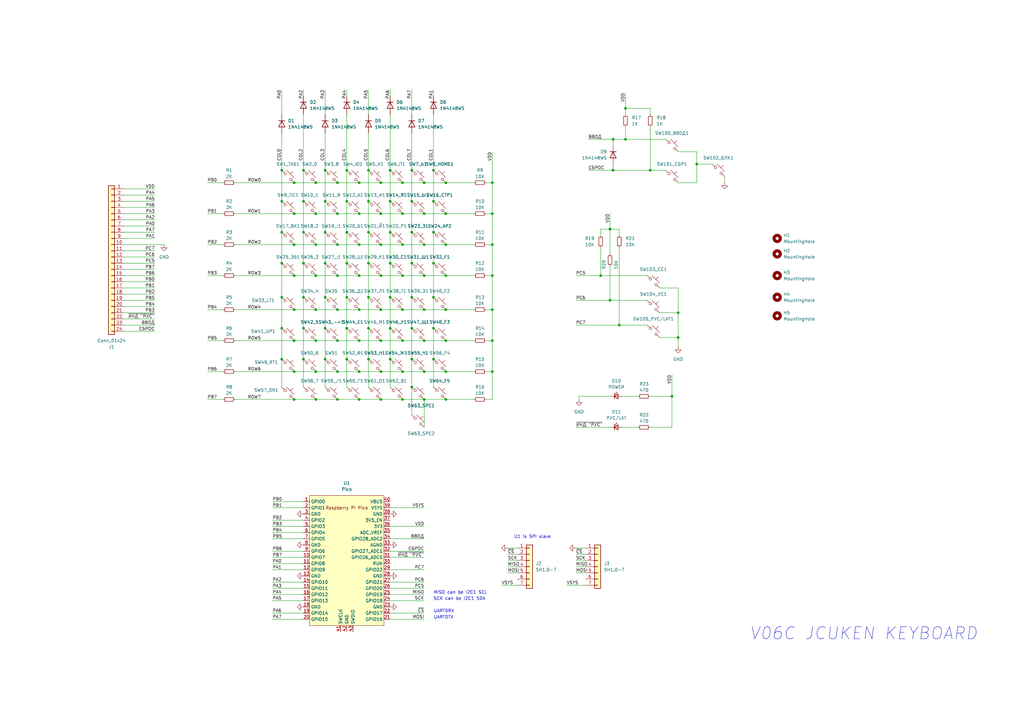
<source format=kicad_sch>
(kicad_sch (version 20230121) (generator eeschema)
  (paper "A3")
  (title_block (title "vector-06c-mini keyboard") (date "2023-11-04") (rev "1") (company "svofski"))
  (junction (at 201.93 113.03))
  (junction (at 201.93 152.4))
  (junction (at 173.99 152.4))
  (junction (at 168.91 69.85))
  (junction (at 115.57 121.92))
  (junction (at 120.65 163.83))
  (junction (at 147.32 152.4))
  (junction (at 165.1 152.4))
  (junction (at 156.21 163.83))
  (junction (at 160.02 121.92))
  (junction (at 133.35 121.92))
  (junction (at 151.13 82.55))
  (junction (at 201.93 139.7))
  (junction (at 182.88 100.33))
  (junction (at 133.35 134.62))
  (junction (at 120.65 139.7))
  (junction (at 129.54 127))
  (junction (at 138.43 127))
  (junction (at 165.1 139.7))
  (junction (at 129.54 163.83))
  (junction (at 142.24 82.55))
  (junction (at 165.1 113.03))
  (junction (at 124.46 107.95))
  (junction (at 168.91 158.75))
  (junction (at 129.54 87.63))
  (junction (at 160.02 69.85))
  (junction (at 250.19 123.19))
  (junction (at 246.38 113.03))
  (junction (at 151.13 147.32))
  (junction (at 124.46 134.62))
  (junction (at 160.02 134.62))
  (junction (at 177.8 69.85))
  (junction (at 156.21 139.7))
  (junction (at 182.88 139.7))
  (junction (at 142.24 69.85))
  (junction (at 165.1 87.63))
  (junction (at 120.65 87.63))
  (junction (at 165.1 100.33))
  (junction (at 250.19 93.98))
  (junction (at 133.35 107.95))
  (junction (at 151.13 107.95))
  (junction (at 266.7 69.85))
  (junction (at 133.35 69.85))
  (junction (at 201.93 74.93))
  (junction (at 173.99 100.33))
  (junction (at 147.32 163.83))
  (junction (at 147.32 87.63))
  (junction (at 151.13 121.92))
  (junction (at 182.88 74.93))
  (junction (at 138.43 113.03))
  (junction (at 173.99 113.03))
  (junction (at 165.1 74.93))
  (junction (at 124.46 82.55))
  (junction (at 173.99 127))
  (junction (at 115.57 107.95))
  (junction (at 256.54 44.45))
  (junction (at 115.57 134.62))
  (junction (at 120.65 100.33))
  (junction (at 251.46 69.85))
  (junction (at 129.54 113.03))
  (junction (at 147.32 139.7))
  (junction (at 133.35 147.32))
  (junction (at 182.88 163.83))
  (junction (at 285.75 67.31))
  (junction (at 168.91 121.92))
  (junction (at 278.13 128.27))
  (junction (at 138.43 152.4))
  (junction (at 129.54 139.7))
  (junction (at 133.35 82.55))
  (junction (at 138.43 87.63))
  (junction (at 142.24 95.25))
  (junction (at 142.24 121.92))
  (junction (at 182.88 127))
  (junction (at 138.43 163.83))
  (junction (at 115.57 82.55))
  (junction (at 156.21 113.03))
  (junction (at 120.65 152.4))
  (junction (at 156.21 152.4))
  (junction (at 182.88 87.63))
  (junction (at 151.13 134.62))
  (junction (at 182.88 152.4))
  (junction (at 177.8 134.62))
  (junction (at 201.93 87.63))
  (junction (at 124.46 121.92))
  (junction (at 168.91 107.95))
  (junction (at 138.43 139.7))
  (junction (at 168.91 134.62))
  (junction (at 160.02 107.95))
  (junction (at 177.8 107.95))
  (junction (at 275.59 162.56))
  (junction (at 156.21 87.63))
  (junction (at 173.99 139.7))
  (junction (at 147.32 127))
  (junction (at 165.1 163.83))
  (junction (at 120.65 74.93))
  (junction (at 147.32 100.33))
  (junction (at 147.32 74.93))
  (junction (at 177.8 95.25))
  (junction (at 156.21 127))
  (junction (at 151.13 69.85))
  (junction (at 133.35 95.25))
  (junction (at 142.24 107.95))
  (junction (at 115.57 95.25))
  (junction (at 138.43 74.93))
  (junction (at 115.57 69.85))
  (junction (at 142.24 134.62))
  (junction (at 129.54 74.93))
  (junction (at 124.46 95.25))
  (junction (at 147.32 113.03))
  (junction (at 124.46 147.32))
  (junction (at 173.99 163.83))
  (junction (at 120.65 113.03))
  (junction (at 151.13 95.25))
  (junction (at 251.46 57.15))
  (junction (at 138.43 100.33))
  (junction (at 160.02 82.55))
  (junction (at 177.8 121.92))
  (junction (at 201.93 100.33))
  (junction (at 156.21 100.33))
  (junction (at 177.8 82.55))
  (junction (at 254 133.35))
  (junction (at 201.93 127))
  (junction (at 173.99 87.63))
  (junction (at 173.99 74.93))
  (junction (at 160.02 95.25))
  (junction (at 168.91 147.32))
  (junction (at 129.54 100.33))
  (junction (at 124.46 69.85))
  (junction (at 129.54 152.4))
  (junction (at 160.02 147.32))
  (junction (at 115.57 147.32))
  (junction (at 168.91 95.25))
  (junction (at 182.88 113.03))
  (junction (at 256.54 57.15))
  (junction (at 168.91 82.55))
  (junction (at 165.1 127))
  (junction (at 156.21 74.93))
  (junction (at 120.65 127))
  (junction (at 177.8 147.32))
  (junction (at 142.24 147.32))
  (junction (at 278.13 138.43))
  (wire (pts (xy 115.57 134.62) (xy 115.57 147.32)))
  (wire (pts (xy 173.99 163.83) (xy 173.99 175.26)))
  (wire (pts (xy 251.46 57.15) (xy 251.46 59.69)))
  (wire (pts (xy 285.75 62.23) (xy 278.13 62.23)))
  (wire (pts (xy 246.38 101.6) (xy 246.38 113.03)))
  (wire (pts (xy 182.88 127) (xy 194.31 127)))
  (wire (pts (xy 147.32 127) (xy 156.21 127)))
  (wire (pts (xy 160.02 226.06) (xy 173.99 226.06)))
  (wire (pts (xy 85.09 127) (xy 91.44 127)))
  (wire (pts (xy 96.52 127) (xy 120.65 127)))
  (wire (pts (xy 151.13 36.83) (xy 151.13 46.99)))
  (wire (pts (xy 236.22 123.19) (xy 250.19 123.19)))
  (wire (pts (xy 120.65 127) (xy 129.54 127)))
  (wire (pts (xy 124.46 46.99) (xy 124.46 69.85)))
  (wire (pts (xy 96.52 87.63) (xy 120.65 87.63)))
  (wire (pts (xy 50.8 100.33) (xy 67.31 100.33)))
  (wire (pts (xy 160.02 69.85) (xy 160.02 82.55)))
  (wire (pts (xy 160.02 238.76) (xy 173.99 238.76)))
  (wire (pts (xy 251.46 69.85) (xy 266.7 69.85)))
  (wire (pts (xy 266.7 69.85) (xy 273.05 69.85)))
  (wire (pts (xy 182.88 113.03) (xy 194.31 113.03)))
  (wire (pts (xy 173.99 152.4) (xy 182.88 152.4)))
  (wire (pts (xy 115.57 82.55) (xy 115.57 95.25)))
  (wire (pts (xy 275.59 153.67) (xy 275.59 162.56)))
  (wire (pts (xy 250.19 109.22) (xy 250.19 123.19)))
  (wire (pts (xy 232.41 240.03) (xy 240.03 240.03)))
  (wire (pts (xy 124.46 147.32) (xy 124.46 158.75)))
  (wire (pts (xy 138.43 87.63) (xy 147.32 87.63)))
  (wire (pts (xy 173.99 139.7) (xy 182.88 139.7)))
  (wire (pts (xy 111.76 238.76) (xy 124.46 238.76)))
  (wire (pts (xy 111.76 241.3) (xy 124.46 241.3)))
  (wire (pts (xy 177.8 82.55) (xy 177.8 95.25)))
  (wire (pts (xy 236.22 229.87) (xy 240.03 229.87)))
  (wire (pts (xy 133.35 107.95) (xy 133.35 121.92)))
  (wire (pts (xy 85.09 87.63) (xy 91.44 87.63)))
  (wire (pts (xy 278.13 118.11) (xy 278.13 128.27)))
  (wire (pts (xy 165.1 152.4) (xy 173.99 152.4)))
  (wire (pts (xy 165.1 127) (xy 173.99 127)))
  (wire (pts (xy 151.13 95.25) (xy 151.13 107.95)))
  (wire (pts (xy 147.32 152.4) (xy 156.21 152.4)))
  (wire (pts (xy 147.32 163.83) (xy 156.21 163.83)))
  (wire (pts (xy 160.02 251.46) (xy 173.99 251.46)))
  (wire (pts (xy 199.39 152.4) (xy 201.93 152.4)))
  (wire (pts (xy 96.52 74.93) (xy 120.65 74.93)))
  (wire (pts (xy 236.22 224.79) (xy 240.03 224.79)))
  (wire (pts (xy 133.35 82.55) (xy 133.35 95.25)))
  (wire (pts (xy 236.22 133.35) (xy 254 133.35)))
  (wire (pts (xy 142.24 147.32) (xy 142.24 158.75)))
  (wire (pts (xy 124.46 36.83) (xy 124.46 39.37)))
  (wire (pts (xy 111.76 205.74) (xy 124.46 205.74)))
  (wire (pts (xy 111.76 233.68) (xy 124.46 233.68)))
  (wire (pts (xy 50.8 97.79) (xy 63.5 97.79)))
  (wire (pts (xy 142.24 82.55) (xy 142.24 95.25)))
  (wire (pts (xy 138.43 127) (xy 147.32 127)))
  (wire (pts (xy 156.21 163.83) (xy 165.1 163.83)))
  (wire (pts (xy 177.8 46.99) (xy 177.8 69.85)))
  (wire (pts (xy 50.8 135.89) (xy 63.5 135.89)))
  (wire (pts (xy 250.19 87.63) (xy 250.19 93.98)))
  (wire (pts (xy 199.39 163.83) (xy 201.93 163.83)))
  (wire (pts (xy 266.7 44.45) (xy 266.7 46.99)))
  (wire (pts (xy 208.28 234.95) (xy 212.09 234.95)))
  (wire (pts (xy 151.13 147.32) (xy 151.13 158.75)))
  (wire (pts (xy 120.65 87.63) (xy 129.54 87.63)))
  (wire (pts (xy 50.8 118.11) (xy 63.5 118.11)))
  (wire (pts (xy 160.02 46.99) (xy 160.02 69.85)))
  (wire (pts (xy 201.93 152.4) (xy 201.93 163.83)))
  (wire (pts (xy 168.91 69.85) (xy 168.91 82.55)))
  (wire (pts (xy 241.3 69.85) (xy 251.46 69.85)))
  (wire (pts (xy 168.91 134.62) (xy 168.91 147.32)))
  (wire (pts (xy 115.57 95.25) (xy 115.57 107.95)))
  (wire (pts (xy 50.8 82.55) (xy 63.5 82.55)))
  (wire (pts (xy 251.46 57.15) (xy 256.54 57.15)))
  (wire (pts (xy 151.13 134.62) (xy 151.13 147.32)))
  (wire (pts (xy 111.76 251.46) (xy 124.46 251.46)))
  (wire (pts (xy 246.38 93.98) (xy 246.38 96.52)))
  (wire (pts (xy 160.02 208.28) (xy 173.99 208.28)))
  (wire (pts (xy 182.88 100.33) (xy 194.31 100.33)))
  (wire (pts (xy 115.57 147.32) (xy 115.57 158.75)))
  (wire (pts (xy 236.22 175.26) (xy 250.19 175.26)))
  (wire (pts (xy 177.8 134.62) (xy 177.8 147.32)))
  (wire (pts (xy 151.13 121.92) (xy 151.13 134.62)))
  (wire (pts (xy 256.54 52.07) (xy 256.54 57.15)))
  (wire (pts (xy 237.49 162.56) (xy 237.49 163.83)))
  (wire (pts (xy 142.24 95.25) (xy 142.24 107.95)))
  (wire (pts (xy 297.18 72.39) (xy 297.18 74.93)))
  (wire (pts (xy 129.54 152.4) (xy 138.43 152.4)))
  (wire (pts (xy 111.76 226.06) (xy 124.46 226.06)))
  (wire (pts (xy 168.91 82.55) (xy 168.91 95.25)))
  (wire (pts (xy 160.02 246.38) (xy 173.99 246.38)))
  (wire (pts (xy 120.65 139.7) (xy 129.54 139.7)))
  (wire (pts (xy 133.35 54.61) (xy 133.35 69.85)))
  (wire (pts (xy 160.02 254) (xy 173.99 254)))
  (wire (pts (xy 236.22 113.03) (xy 246.38 113.03)))
  (wire (pts (xy 250.19 123.19) (xy 265.43 123.19)))
  (wire (pts (xy 50.8 87.63) (xy 63.5 87.63)))
  (wire (pts (xy 50.8 133.35) (xy 63.5 133.35)))
  (wire (pts (xy 133.35 147.32) (xy 133.35 158.75)))
  (wire (pts (xy 85.09 152.4) (xy 91.44 152.4)))
  (wire (pts (xy 182.88 74.93) (xy 194.31 74.93)))
  (wire (pts (xy 205.74 240.03) (xy 212.09 240.03)))
  (wire (pts (xy 241.3 57.15) (xy 251.46 57.15)))
  (wire (pts (xy 255.27 162.56) (xy 261.62 162.56)))
  (wire (pts (xy 156.21 113.03) (xy 165.1 113.03)))
  (wire (pts (xy 111.76 243.84) (xy 124.46 243.84)))
  (wire (pts (xy 201.93 127) (xy 201.93 139.7)))
  (wire (pts (xy 270.51 138.43) (xy 278.13 138.43)))
  (wire (pts (xy 199.39 127) (xy 201.93 127)))
  (wire (pts (xy 50.8 102.87) (xy 63.5 102.87)))
  (wire (pts (xy 111.76 213.36) (xy 124.46 213.36)))
  (wire (pts (xy 50.8 85.09) (xy 63.5 85.09)))
  (wire (pts (xy 115.57 36.83) (xy 115.57 46.99)))
  (wire (pts (xy 254 96.52) (xy 254 93.98)))
  (wire (pts (xy 168.91 107.95) (xy 168.91 121.92)))
  (wire (pts (xy 256.54 38.1) (xy 256.54 44.45)))
  (wire (pts (xy 278.13 74.93) (xy 285.75 74.93)))
  (wire (pts (xy 168.91 95.25) (xy 168.91 107.95)))
  (wire (pts (xy 133.35 36.83) (xy 133.35 46.99)))
  (wire (pts (xy 156.21 74.93) (xy 165.1 74.93)))
  (wire (pts (xy 160.02 233.68) (xy 173.99 233.68)))
  (wire (pts (xy 120.65 152.4) (xy 129.54 152.4)))
  (wire (pts (xy 250.19 93.98) (xy 250.19 104.14)))
  (wire (pts (xy 151.13 82.55) (xy 151.13 95.25)))
  (wire (pts (xy 50.8 95.25) (xy 63.5 95.25)))
  (wire (pts (xy 160.02 82.55) (xy 160.02 95.25)))
  (wire (pts (xy 115.57 121.92) (xy 115.57 134.62)))
  (wire (pts (xy 285.75 67.31) (xy 285.75 62.23)))
  (wire (pts (xy 111.76 215.9) (xy 124.46 215.9)))
  (wire (pts (xy 147.32 74.93) (xy 156.21 74.93)))
  (wire (pts (xy 201.93 87.63) (xy 201.93 100.33)))
  (wire (pts (xy 133.35 69.85) (xy 133.35 82.55)))
  (wire (pts (xy 256.54 57.15) (xy 273.05 57.15)))
  (wire (pts (xy 256.54 44.45) (xy 266.7 44.45)))
  (wire (pts (xy 270.51 118.11) (xy 278.13 118.11)))
  (wire (pts (xy 96.52 100.33) (xy 120.65 100.33)))
  (wire (pts (xy 177.8 36.83) (xy 177.8 39.37)))
  (wire (pts (xy 50.8 92.71) (xy 63.5 92.71)))
  (wire (pts (xy 50.8 113.03) (xy 63.5 113.03)))
  (wire (pts (xy 50.8 105.41) (xy 63.5 105.41)))
  (wire (pts (xy 165.1 163.83) (xy 173.99 163.83)))
  (wire (pts (xy 142.24 107.95) (xy 142.24 121.92)))
  (wire (pts (xy 160.02 241.3) (xy 173.99 241.3)))
  (wire (pts (xy 138.43 74.93) (xy 147.32 74.93)))
  (wire (pts (xy 173.99 113.03) (xy 182.88 113.03)))
  (wire (pts (xy 138.43 152.4) (xy 147.32 152.4)))
  (wire (pts (xy 120.65 100.33) (xy 129.54 100.33)))
  (wire (pts (xy 266.7 162.56) (xy 275.59 162.56)))
  (wire (pts (xy 129.54 87.63) (xy 138.43 87.63)))
  (wire (pts (xy 201.93 62.23) (xy 201.93 74.93)))
  (wire (pts (xy 160.02 147.32) (xy 160.02 158.75)))
  (wire (pts (xy 237.49 162.56) (xy 250.19 162.56)))
  (wire (pts (xy 246.38 113.03) (xy 265.43 113.03)))
  (wire (pts (xy 111.76 228.6) (xy 124.46 228.6)))
  (wire (pts (xy 168.91 147.32) (xy 168.91 158.75)))
  (wire (pts (xy 96.52 163.83) (xy 120.65 163.83)))
  (wire (pts (xy 236.22 232.41) (xy 240.03 232.41)))
  (wire (pts (xy 156.21 139.7) (xy 165.1 139.7)))
  (wire (pts (xy 208.28 227.33) (xy 212.09 227.33)))
  (wire (pts (xy 142.24 36.83) (xy 142.24 39.37)))
  (wire (pts (xy 111.76 220.98) (xy 124.46 220.98)))
  (wire (pts (xy 236.22 227.33) (xy 240.03 227.33)))
  (wire (pts (xy 156.21 152.4) (xy 165.1 152.4)))
  (wire (pts (xy 182.88 139.7) (xy 194.31 139.7)))
  (wire (pts (xy 168.91 158.75) (xy 168.91 170.18)))
  (wire (pts (xy 173.99 100.33) (xy 182.88 100.33)))
  (wire (pts (xy 160.02 228.6) (xy 173.99 228.6)))
  (wire (pts (xy 173.99 74.93) (xy 182.88 74.93)))
  (wire (pts (xy 278.13 138.43) (xy 278.13 142.24)))
  (wire (pts (xy 254 93.98) (xy 250.19 93.98)))
  (wire (pts (xy 156.21 127) (xy 165.1 127)))
  (wire (pts (xy 173.99 87.63) (xy 182.88 87.63)))
  (wire (pts (xy 50.8 128.27) (xy 63.5 128.27)))
  (wire (pts (xy 208.28 229.87) (xy 212.09 229.87)))
  (wire (pts (xy 50.8 77.47) (xy 63.5 77.47)))
  (wire (pts (xy 201.93 139.7) (xy 201.93 152.4)))
  (wire (pts (xy 115.57 54.61) (xy 115.57 69.85)))
  (wire (pts (xy 278.13 128.27) (xy 278.13 138.43)))
  (wire (pts (xy 129.54 100.33) (xy 138.43 100.33)))
  (wire (pts (xy 165.1 74.93) (xy 173.99 74.93)))
  (wire (pts (xy 138.43 163.83) (xy 147.32 163.83)))
  (wire (pts (xy 165.1 139.7) (xy 173.99 139.7)))
  (wire (pts (xy 85.09 113.03) (xy 91.44 113.03)))
  (wire (pts (xy 142.24 46.99) (xy 142.24 69.85)))
  (wire (pts (xy 270.51 128.27) (xy 278.13 128.27)))
  (wire (pts (xy 85.09 163.83) (xy 91.44 163.83)))
  (wire (pts (xy 85.09 100.33) (xy 91.44 100.33)))
  (wire (pts (xy 168.91 36.83) (xy 168.91 46.99)))
  (wire (pts (xy 177.8 121.92) (xy 177.8 134.62)))
  (wire (pts (xy 285.75 67.31) (xy 292.1 67.31)))
  (wire (pts (xy 50.8 80.01) (xy 63.5 80.01)))
  (wire (pts (xy 182.88 87.63) (xy 194.31 87.63)))
  (wire (pts (xy 255.27 175.26) (xy 261.62 175.26)))
  (wire (pts (xy 111.76 218.44) (xy 124.46 218.44)))
  (wire (pts (xy 129.54 74.93) (xy 138.43 74.93)))
  (wire (pts (xy 177.8 69.85) (xy 177.8 82.55)))
  (wire (pts (xy 160.02 36.83) (xy 160.02 39.37)))
  (wire (pts (xy 275.59 162.56) (xy 275.59 175.26)))
  (wire (pts (xy 133.35 95.25) (xy 133.35 107.95)))
  (wire (pts (xy 147.32 100.33) (xy 156.21 100.33)))
  (wire (pts (xy 199.39 87.63) (xy 201.93 87.63)))
  (wire (pts (xy 50.8 120.65) (xy 63.5 120.65)))
  (wire (pts (xy 151.13 69.85) (xy 151.13 82.55)))
  (wire (pts (xy 50.8 110.49) (xy 63.5 110.49)))
  (wire (pts (xy 177.8 95.25) (xy 177.8 107.95)))
  (wire (pts (xy 124.46 95.25) (xy 124.46 107.95)))
  (wire (pts (xy 124.46 134.62) (xy 124.46 147.32)))
  (wire (pts (xy 124.46 107.95) (xy 124.46 121.92)))
  (wire (pts (xy 199.39 100.33) (xy 201.93 100.33)))
  (wire (pts (xy 120.65 163.83) (xy 129.54 163.83)))
  (wire (pts (xy 250.19 93.98) (xy 246.38 93.98)))
  (wire (pts (xy 129.54 139.7) (xy 138.43 139.7)))
  (wire (pts (xy 173.99 163.83) (xy 182.88 163.83)))
  (wire (pts (xy 177.8 107.95) (xy 177.8 121.92)))
  (wire (pts (xy 96.52 152.4) (xy 120.65 152.4)))
  (wire (pts (xy 111.76 246.38) (xy 124.46 246.38)))
  (wire (pts (xy 199.39 113.03) (xy 201.93 113.03)))
  (wire (pts (xy 50.8 125.73) (xy 63.5 125.73)))
  (wire (pts (xy 266.7 52.07) (xy 266.7 69.85)))
  (wire (pts (xy 165.1 87.63) (xy 173.99 87.63)))
  (wire (pts (xy 182.88 152.4) (xy 194.31 152.4)))
  (wire (pts (xy 111.76 231.14) (xy 124.46 231.14)))
  (wire (pts (xy 285.75 74.93) (xy 285.75 67.31)))
  (wire (pts (xy 182.88 163.83) (xy 194.31 163.83)))
  (wire (pts (xy 156.21 100.33) (xy 165.1 100.33)))
  (wire (pts (xy 201.93 100.33) (xy 201.93 113.03)))
  (wire (pts (xy 111.76 254) (xy 124.46 254)))
  (wire (pts (xy 85.09 74.93) (xy 91.44 74.93)))
  (wire (pts (xy 129.54 113.03) (xy 138.43 113.03)))
  (wire (pts (xy 138.43 100.33) (xy 147.32 100.33)))
  (wire (pts (xy 201.93 74.93) (xy 201.93 87.63)))
  (wire (pts (xy 208.28 224.79) (xy 212.09 224.79)))
  (wire (pts (xy 254 133.35) (xy 265.43 133.35)))
  (wire (pts (xy 129.54 163.83) (xy 138.43 163.83)))
  (wire (pts (xy 147.32 113.03) (xy 156.21 113.03)))
  (wire (pts (xy 256.54 46.99) (xy 256.54 44.45)))
  (wire (pts (xy 124.46 82.55) (xy 124.46 95.25)))
  (wire (pts (xy 120.65 74.93) (xy 129.54 74.93)))
  (wire (pts (xy 151.13 54.61) (xy 151.13 69.85)))
  (wire (pts (xy 156.21 87.63) (xy 165.1 87.63)))
  (wire (pts (xy 50.8 123.19) (xy 63.5 123.19)))
  (wire (pts (xy 50.8 115.57) (xy 63.5 115.57)))
  (wire (pts (xy 168.91 121.92) (xy 168.91 134.62)))
  (wire (pts (xy 96.52 139.7) (xy 120.65 139.7)))
  (wire (pts (xy 147.32 87.63) (xy 156.21 87.63)))
  (wire (pts (xy 160.02 134.62) (xy 160.02 147.32)))
  (wire (pts (xy 50.8 90.17) (xy 63.5 90.17)))
  (wire (pts (xy 165.1 113.03) (xy 173.99 113.03)))
  (wire (pts (xy 124.46 69.85) (xy 124.46 82.55)))
  (wire (pts (xy 115.57 69.85) (xy 115.57 82.55)))
  (wire (pts (xy 236.22 234.95) (xy 240.03 234.95)))
  (wire (pts (xy 50.8 107.95) (xy 63.5 107.95)))
  (wire (pts (xy 133.35 121.92) (xy 133.35 134.62)))
  (wire (pts (xy 129.54 127) (xy 138.43 127)))
  (wire (pts (xy 177.8 147.32) (xy 177.8 158.75)))
  (wire (pts (xy 251.46 67.31) (xy 251.46 69.85)))
  (wire (pts (xy 138.43 139.7) (xy 147.32 139.7)))
  (wire (pts (xy 173.99 127) (xy 182.88 127)))
  (wire (pts (xy 199.39 74.93) (xy 201.93 74.93)))
  (wire (pts (xy 208.28 232.41) (xy 212.09 232.41)))
  (wire (pts (xy 120.65 113.03) (xy 129.54 113.03)))
  (wire (pts (xy 138.43 113.03) (xy 147.32 113.03)))
  (wire (pts (xy 124.46 121.92) (xy 124.46 134.62)))
  (wire (pts (xy 133.35 134.62) (xy 133.35 147.32)))
  (wire (pts (xy 160.02 243.84) (xy 173.99 243.84)))
  (wire (pts (xy 201.93 113.03) (xy 201.93 127)))
  (wire (pts (xy 115.57 107.95) (xy 115.57 121.92)))
  (wire (pts (xy 142.24 121.92) (xy 142.24 134.62)))
  (wire (pts (xy 85.09 139.7) (xy 91.44 139.7)))
  (wire (pts (xy 147.32 139.7) (xy 156.21 139.7)))
  (wire (pts (xy 254 101.6) (xy 254 133.35)))
  (wire (pts (xy 165.1 100.33) (xy 173.99 100.33)))
  (wire (pts (xy 160.02 215.9) (xy 173.99 215.9)))
  (wire (pts (xy 160.02 95.25) (xy 160.02 107.95)))
  (wire (pts (xy 160.02 121.92) (xy 160.02 134.62)))
  (wire (pts (xy 111.76 208.28) (xy 124.46 208.28)))
  (wire (pts (xy 142.24 134.62) (xy 142.24 147.32)))
  (wire (pts (xy 160.02 220.98) (xy 173.99 220.98)))
  (wire (pts (xy 160.02 107.95) (xy 160.02 121.92)))
  (wire (pts (xy 199.39 139.7) (xy 201.93 139.7)))
  (wire (pts (xy 142.24 69.85) (xy 142.24 82.55)))
  (wire (pts (xy 96.52 113.03) (xy 120.65 113.03)))
  (wire (pts (xy 168.91 54.61) (xy 168.91 69.85)))
  (wire (pts (xy 151.13 107.95) (xy 151.13 121.92)))
  (wire (pts (xy 50.8 130.81) (xy 63.5 130.81)))
  (wire (pts (xy 266.7 175.26) (xy 275.59 175.26)))
  (text "V06C JCUKEN KEYBOARD" (at 307.34 262.89 0) (effects (font (size 5 5) italic) (justify left bottom)))
  (text "UART0TX" (at 177.8 254 0) (effects (font (size 1.27 1.27)) (justify left bottom)))
  (text "MISO can be I2C1 SCL" (at 177.8 243.84 0) (effects (font (size 1.27 1.27)) (justify left bottom)))
  (text "UART0RX" (at 177.8 251.46 0) (effects (font (size 1.27 1.27)) (justify left bottom)))
  (text "SCK can be I2C1 SDA" (at 177.8 246.38 0) (effects (font (size 1.27 1.27)) (justify left bottom)))
  (text "U1 is SPI slave" (at 210.82 220.98 0) (effects (font (size 1.27 1.27)) (justify left bottom)))
  (label "PB1" (at 111.76 208.28 0))
  (label "MOSI" (at 173.99 254 180))
  (label "COL7" (at 168.91 60.96 270))
  (label "ВВОД" (at 63.5 133.35 180))
  (label "PC5" (at 173.99 241.3 180))
  (label "PA4" (at 111.76 243.84 0))
  (label "VDD" (at 63.5 77.47 180))
  (label "PA7" (at 63.5 95.25 180))
  (label "PA3" (at 133.35 36.83 270))
  (label "ROW2" (at 101.6 100.33 0))
  (label "SCK" (at 236.22 229.87 0))
  (label "ROW7" (at 101.6 163.83 0))
  (label "PA4" (at 142.24 36.83 270))
  (label "VDD" (at 250.19 87.63 270))
  (label "~{ИНД \"РУС\"}" (at 236.22 175.26 0))
  (label "COL4" (at 142.24 60.96 270))
  (label "~{CS}" (at 173.99 251.46 180))
  (label "PA5" (at 111.76 246.38 0))
  (label "ROW4" (at 101.6 127 0))
  (label "PB4" (at 63.5 125.73 180))
  (label "PB6" (at 85.09 152.4 0))
  (label "COL0" (at 115.57 60.96 270))
  (label "PB2" (at 85.09 100.33 0))
  (label "VSYS" (at 232.41 240.03 0))
  (label "PA2" (at 111.76 238.76 0))
  (label "PA5" (at 151.13 36.83 270))
  (label "PB7" (at 111.76 228.6 0))
  (label "MOSI" (at 208.28 234.95 0))
  (label "VDD" (at 173.99 215.9 180))
  (label "PB5" (at 85.09 139.7 0))
  (label "PA1" (at 111.76 233.68 0))
  (label "ROW0" (at 101.6 74.93 0))
  (label "PA5" (at 63.5 82.55 180))
  (label "PB1" (at 63.5 118.11 180))
  (label "MISO" (at 173.99 243.84 180))
  (label "PB7" (at 85.09 163.83 0))
  (label "PA2" (at 124.46 36.83 270))
  (label "PA6" (at 63.5 85.09 180))
  (label "PA3" (at 63.5 87.63 180))
  (label "COL5" (at 151.13 60.96 270))
  (label "ROW5" (at 101.6 139.7 0))
  (label "PA6" (at 160.02 36.83 270))
  (label "VDD" (at 256.54 38.1 270))
  (label "MOSI" (at 236.22 234.95 0))
  (label "ВВОД" (at 173.99 220.98 180))
  (label "VSYS" (at 205.74 240.03 0))
  (label "COL2" (at 124.46 60.96 270))
  (label "~{CS}" (at 236.22 227.33 0))
  (label "COL3" (at 133.35 60.96 270))
  (label "СБРОС" (at 173.99 226.06 180))
  (label "PC6" (at 173.99 238.76 180))
  (label "~{ИНД \"РУС\"}" (at 173.99 228.6 180))
  (label "SCK" (at 173.99 246.38 180))
  (label "PB7" (at 63.5 110.49 180))
  (label "PC7" (at 63.5 102.87 180))
  (label "PC7" (at 236.22 133.35 0))
  (label "PA0" (at 63.5 92.71 180))
  (label "PB0" (at 85.09 74.93 0))
  (label "PA4" (at 63.5 80.01 180))
  (label "PA0" (at 111.76 231.14 0))
  (label "PB6" (at 63.5 113.03 180))
  (label "COL6" (at 160.02 60.96 270))
  (label "PA6" (at 111.76 251.46 0))
  (label "PA7" (at 168.91 36.83 270))
  (label "PA7" (at 111.76 254 0))
  (label "PA1" (at 177.8 36.83 270))
  (label "MISO" (at 208.28 232.41 0))
  (label "PB6" (at 111.76 226.06 0))
  (label "СБРОС" (at 241.3 69.85 0))
  (label "PB1" (at 85.09 87.63 0))
  (label "VDD" (at 275.59 153.67 270))
  (label "PA1" (at 63.5 97.79 180))
  (label "~{ИНД \"РУС\"}" (at 63.5 130.81 180))
  (label "ROW1" (at 101.6 87.63 0))
  (label "PC6" (at 236.22 123.19 0))
  (label "PB4" (at 85.09 127 0))
  (label "PB3" (at 111.76 215.9 0))
  (label "PA3" (at 111.76 241.3 0))
  (label "PB5" (at 111.76 220.98 0))
  (label "PC5" (at 236.22 113.03 0))
  (label "ВВОД" (at 241.3 57.15 0))
  (label "VSYS" (at 173.99 208.28 180))
  (label "PA2" (at 63.5 90.17 180))
  (label "PC6" (at 63.5 105.41 180))
  (label "COL1" (at 177.8 60.96 270))
  (label "СБРОС" (at 63.5 135.89 180))
  (label "PB3" (at 85.09 113.03 0))
  (label "PA0" (at 115.57 36.83 270))
  (label "PB3" (at 63.5 128.27 180))
  (label "PB2" (at 63.5 120.65 180))
  (label "PB5" (at 63.5 123.19 180))
  (label "PB0" (at 111.76 205.74 0))
  (label "~{CS}" (at 208.28 227.33 0))
  (label "PC5" (at 63.5 107.95 180))
  (label "SCK" (at 208.28 229.87 0))
  (label "VDD" (at 201.93 62.23 270))
  (label "ROW3" (at 101.6 113.03 0))
  (label "PB4" (at 111.76 218.44 0))
  (label "MISO" (at 236.22 232.41 0))
  (label "PB2" (at 111.76 213.36 0))
  (label "PC7" (at 173.99 233.68 180))
  (label "ROW6" (at 101.6 152.4 0))
  (label "PB0" (at 63.5 115.57 180))
  (symbol (lib_id "Device:R_Small") (at 196.85 74.93 90) (unit 1)
    (property "Reference" "R9" (at 196.85 69.85 90))
    (property "Value" "10K" (at 196.85 72.39 90))
    (property "Footprint" "Resistor_SMD:R_0603_1608Metric" (effects hide))
    (property "JCSC" "C25804" (effects hide))
  )
  (symbol (lib_id "Device:R_Small") (at 196.85 113.03 90) (unit 1)
    (property "Reference" "R12" (at 196.85 107.95 90))
    (property "Value" "10K" (at 196.85 110.49 90))
    (property "Footprint" "Resistor_SMD:R_0603_1608Metric" (effects hide))
    (property "JCSC" "C25804" (effects hide))
  )
  (symbol (lib_id "Device:R_Small") (at 93.98 74.93 90) (unit 1)
    (property "Reference" "R1" (at 93.98 69.85 90))
    (property "Value" "2K" (at 93.98 72.39 90))
    (property "Footprint" "Resistor_SMD:R_0603_1608Metric" (effects hide))
    (property "JCSC" "C22975" (effects hide))
  )
  (symbol (lib_id "Switch:SW_Push_45deg") (at 153.67 72.39 0) (unit 1)
    (property "Reference" "SW5_Х1" (at 153.67 67.31 0))
    (property "Value" "SKPMAME010" (effects hide))
    (property "Footprint" "SKPM_Alps:SKPM" (effects hide))
    (property "LCSC" "C115348" (effects hide))
  )
  (symbol (lib_id "power:GND") (at 236.22 224.79 270) (unit 1)
    (property "Reference" "#PWR014" (effects hide))
    (property "Value" "GND" (effects hide))
  )
  (symbol (lib_id "Diode:1N4148WS") (at 177.8 43.18 270) (unit 1)
    (property "Reference" "D8" (at 180.34 41.91 90) (effects (justify left)))
    (property "Value" "1N4148WS" (at 180.34 44.45 90) (effects (justify left)))
    (property "Footprint" "Diode_SMD:D_SOD-323" (effects hide))
    (property "Datasheet" "https://www.vishay.com/docs/85751/1n4148ws.pdf" (effects hide))
    (property "Sim.Device" "D" (effects hide))
    (property "Sim.Pins" "1=K 2=A" (effects hide))
    (property "LCSC" "C2128" (effects hide))
  )
  (symbol (lib_id "Switch:SW_Push_45deg") (at 127 149.86 0) (unit 1)
    (property "Reference" "SW50_6" (at 127 144.78 0))
    (property "Value" "SKPMAME010" (effects hide))
    (property "Footprint" "SKPM_Alps:SKPM" (effects hide))
    (property "LCSC" "C115348" (effects hide))
  )
  (symbol (lib_id "Device:LED_Small") (at 252.73 175.26 0) (unit 1)
    (property "Reference" "D11" (at 252.7935 168.91 0))
    (property "Value" "РУС/LAT" (at 252.7935 171.45 0))
    (property "Footprint" "LED_SMD:LED_0805_2012Metric" (effects hide))
  )
  (symbol (lib_id "Switch:SW_Push_45deg") (at 144.78 124.46 0) (unit 1)
    (property "Reference" "SW36_Д1" (at 144.78 119.38 0))
    (property "Value" "SKPMAME010" (effects hide))
    (property "Footprint" "SKPM_Alps:SKPM" (effects hide))
    (property "LCSC" "C115348" (effects hide))
  )
  (symbol (lib_id "Device:R_Small") (at 93.98 163.83 90) (unit 1)
    (property "Reference" "R8" (at 93.98 158.75 90))
    (property "Value" "2K" (at 93.98 161.29 90))
    (property "Footprint" "Resistor_SMD:R_0603_1608Metric" (effects hide))
    (property "JCSC" "C22975" (effects hide))
  )
  (symbol (lib_id "Switch:SW_Push_45deg") (at 171.45 172.72 0) (unit 1)
    (property "Reference" "SW63_SPC2" (at 172.72 177.8 0))
    (property "Value" "SKPMAME010" (effects hide))
    (property "Footprint" "SKPM_Alps:SKPM" (effects hide))
    (property "LCSC" "C115348" (effects hide))
  )
  (symbol (lib_id "power:GND") (at 124.46 248.92 270) (unit 1)
    (property "Reference" "#PWR06" (effects hide))
    (property "Value" "GND" (effects hide))
  )
  (symbol (lib_id "Switch:SW_Push_45deg") (at 153.67 124.46 0) (unit 1)
    (property "Reference" "SW37_Л1" (at 153.67 119.38 0))
    (property "Value" "SKPMAME010" (effects hide))
    (property "Footprint" "SKPM_Alps:SKPM" (effects hide))
    (property "LCSC" "C115348" (effects hide))
  )
  (symbol (lib_id "Device:R_Small") (at 93.98 113.03 90) (unit 1)
    (property "Reference" "R4" (at 93.98 107.95 90))
    (property "Value" "2K" (at 93.98 110.49 90))
    (property "Footprint" "Resistor_SMD:R_0603_1608Metric" (effects hide))
    (property "JCSC" "C22975" (effects hide))
  )
  (symbol (lib_id "Switch:SW_Push_45deg") (at 135.89 124.46 0) (unit 1)
    (property "Reference" "SW35" (at 135.89 119.38 0))
    (property "Value" "SKPMAME010" (effects hide))
    (property "Footprint" "SKPM_Alps:SKPM" (effects hide))
    (property "LCSC" "C115348" (effects hide))
  )
  (symbol (lib_id "Switch:SW_Push_45deg") (at 171.45 110.49 0) (unit 1)
    (property "Reference" "SW31_Ш1" (at 171.45 105.41 0))
    (property "Value" "SKPMAME010" (effects hide))
    (property "Footprint" "SKPM_Alps:SKPM" (effects hide))
    (property "LCSC" "C115348" (effects hide))
  )
  (symbol (lib_id "Switch:SW_Push_45deg") (at 135.89 149.86 0) (unit 1)
    (property "Reference" "SW51" (at 135.89 144.78 0))
    (property "Value" "SKPMAME010" (effects hide))
    (property "Footprint" "SKPM_Alps:SKPM" (effects hide))
    (property "LCSC" "C115348" (effects hide))
  )
  (symbol (lib_id "Switch:SW_Push_45deg") (at 127 97.79 0) (unit 1)
    (property "Reference" "SW18_2" (at 127 92.71 0))
    (property "Value" "SKPMAME010" (effects hide))
    (property "Footprint" "SKPM_Alps:SKPM" (effects hide))
    (property "LCSC" "C115348" (effects hide))
  )
  (symbol (lib_id "power:GND") (at 124.46 236.22 270) (unit 1)
    (property "Reference" "#PWR07" (effects hide))
    (property "Value" "GND" (effects hide))
  )
  (symbol (lib_id "power:GND") (at 278.13 142.24 0) (unit 1)
    (property "Reference" "#PWR02" (effects hide))
    (property "Value" "GND" (at 278.13 147.32 0))
  )
  (symbol (lib_id "Mechanical:MountingHole") (at 318.77 97.79 0) (unit 1)
    (property "Reference" "H1" (at 321.31 96.52 0) (effects (justify left)))
    (property "Value" "MountingHole" (at 321.31 99.06 0) (effects (justify left)))
    (property "Footprint" "MountingHole:MountingHole_3.2mm_M3" (effects hide))
  )
  (symbol (lib_id "Switch:SW_Push_45deg") (at 135.89 72.39 0) (unit 1)
    (property "Reference" "SW3_8" (at 135.89 67.31 0))
    (property "Value" "SKPMAME010" (effects hide))
    (property "Footprint" "SKPM_Alps:SKPM" (effects hide))
    (property "LCSC" "C115348" (effects hide))
  )
  (symbol (lib_id "Switch:SW_Push_45deg") (at 135.89 85.09 0) (unit 1)
    (property "Reference" "SW11_9" (at 135.89 80.01 0))
    (property "Value" "SKPMAME010" (effects hide))
    (property "Footprint" "SKPM_Alps:SKPM" (effects hide))
    (property "LCSC" "C115348" (effects hide))
  )
  (symbol (lib_id "Switch:SW_Push_45deg") (at 127 72.39 0) (unit 1)
    (property "Reference" "SW2_0" (at 127 67.31 0))
    (property "Value" "SKPMAME010" (effects hide))
    (property "Footprint" "SKPM_Alps:SKPM" (effects hide))
    (property "LCSC" "C115348" (effects hide))
  )
  (symbol (lib_id "Device:R_Small") (at 264.16 175.26 90) (unit 1)
    (property "Reference" "R22" (at 264.16 170.18 90))
    (property "Value" "470" (at 264.16 172.72 90))
    (property "Footprint" "Resistor_SMD:R_0603_1608Metric" (effects hide))
    (property "JCSC" "C23179" (effects hide))
  )
  (symbol (lib_id "Switch:SW_Push_45deg") (at 118.11 137.16 0) (unit 1)
    (property "Reference" "SW41_UP1" (at 107.95 135.89 0))
    (property "Value" "SKPMAME010" (effects hide))
    (property "Footprint" "SKPM_Alps:SKPM" (effects hide))
    (property "LCSC" "C115348" (effects hide))
  )
  (symbol (lib_id "Switch:SW_Push_45deg") (at 118.11 124.46 0) (unit 1)
    (property "Reference" "SW33_LT1" (at 107.95 123.19 0))
    (property "Value" "SKPMAME010" (effects hide))
    (property "Footprint" "SKPM_Alps:SKPM" (effects hide))
    (property "LCSC" "C115348" (effects hide))
  )
  (symbol (lib_id "Switch:SW_Push_45deg") (at 162.56 110.49 0) (unit 1)
    (property "Reference" "SW30_С1" (at 162.56 105.41 0))
    (property "Value" "SKPMAME010" (effects hide))
    (property "Footprint" "SKPM_Alps:SKPM" (effects hide))
    (property "LCSC" "C115348" (effects hide))
  )
  (symbol (lib_id "Switch:SW_Push_45deg") (at 127 85.09 0) (unit 1)
    (property "Reference" "SW10_1" (at 127 80.01 0))
    (property "Value" "SKPMAME010" (effects hide))
    (property "Footprint" "SKPM_Alps:SKPM" (effects hide))
    (property "LCSC" "C115348" (effects hide))
  )
  (symbol (lib_id "Switch:SW_Push_45deg") (at 180.34 137.16 0) (unit 1)
    (property "Reference" "SW48_F3" (at 180.34 132.08 0))
    (property "Value" "SKPMAME010" (effects hide))
    (property "Footprint" "SKPM_Alps:SKPM" (effects hide))
    (property "LCSC" "C115348" (effects hide))
  )
  (symbol (lib_id "Device:R_Small") (at 264.16 162.56 90) (unit 1)
    (property "Reference" "R23" (at 264.16 157.48 90))
    (property "Value" "470" (at 264.16 160.02 90))
    (property "Footprint" "Resistor_SMD:R_0603_1608Metric" (effects hide))
    (property "JCSC" "C23179" (effects hide))
  )
  (symbol (lib_id "Device:R_Small") (at 250.19 106.68 180) (unit 1)
    (property "Reference" "R20" (at 247.65 110.49 90) (effects (justify right)))
    (property "Value" "10K" (at 252.73 110.49 90) (effects (justify right)))
    (property "Footprint" "Resistor_SMD:R_0603_1608Metric" (effects hide))
    (property "JCSC" "C25804" (effects hide))
  )
  (symbol (lib_id "Mechanical:MountingHole") (at 318.77 104.14 0) (unit 1)
    (property "Reference" "H2" (at 321.31 102.87 0) (effects (justify left)))
    (property "Value" "MountingHole" (at 321.31 105.41 0) (effects (justify left)))
    (property "Footprint" "MountingHole:MountingHole_3.2mm_M3" (effects hide))
  )
  (symbol (lib_id "Switch:SW_Push_45deg") (at 171.45 97.79 0) (unit 1)
    (property "Reference" "SW23_З1" (at 171.45 92.71 0))
    (property "Value" "SKPMAME010" (effects hide))
    (property "Footprint" "SKPM_Alps:SKPM" (effects hide))
    (property "LCSC" "C115348" (effects hide))
  )
  (symbol (lib_id "Device:R_Small") (at 93.98 100.33 90) (unit 1)
    (property "Reference" "R3" (at 93.98 95.25 90))
    (property "Value" "2K" (at 93.98 97.79 90))
    (property "Footprint" "Resistor_SMD:R_0603_1608Metric" (effects hide))
    (property "JCSC" "C22975" (effects hide))
  )
  (symbol (lib_id "Switch:SW_Push_45deg") (at 135.89 161.29 0) (unit 1)
    (property "Reference" "SW59_/1" (at 135.89 156.21 0))
    (property "Value" "SKPMAME010" (effects hide))
    (property "Footprint" "SKPM_Alps:SKPM" (effects hide))
    (property "LCSC" "C115348" (effects hide))
  )
  (symbol (lib_id "Switch:SW_Push_45deg") (at 118.11 161.29 0) (unit 1)
    (property "Reference" "SW57_DN1" (at 109.22 160.02 0))
    (property "Value" "SKPMAME010" (effects hide))
    (property "Footprint" "SKPM_Alps:SKPM" (effects hide))
    (property "LCSC" "C115348" (effects hide))
  )
  (symbol (lib_id "Device:R_Small") (at 93.98 152.4 90) (unit 1)
    (property "Reference" "R7" (at 93.98 147.32 90))
    (property "Value" "2K" (at 93.98 149.86 90))
    (property "Footprint" "Resistor_SMD:R_0603_1608Metric" (effects hide))
    (property "JCSC" "C22975" (effects hide))
  )
  (symbol (lib_id "Switch:SW_Push_45deg") (at 127 161.29 0) (unit 1)
    (property "Reference" "SW58_7" (at 127 156.21 0))
    (property "Value" "SKPMAME010" (effects hide))
    (property "Footprint" "SKPM_Alps:SKPM" (effects hide))
    (property "LCSC" "C115348" (effects hide))
  )
  (symbol (lib_id "Device:R_Small") (at 196.85 139.7 90) (unit 1)
    (property "Reference" "R14" (at 196.85 134.62 90))
    (property "Value" "10K" (at 196.85 137.16 90))
    (property "Footprint" "Resistor_SMD:R_0603_1608Metric" (effects hide))
    (property "JCSC" "C25804" (effects hide))
  )
  (symbol (lib_id "power:GND") (at 160.02 223.52 90) (unit 1)
    (property "Reference" "#PWR012" (effects hide))
    (property "Value" "GND" (effects hide))
  )
  (symbol (lib_id "Switch:SW_Push_45deg") (at 127 110.49 0) (unit 1)
    (property "Reference" "SW26_3" (at 127 105.41 0))
    (property "Value" "SKPMAME010" (effects hide))
    (property "Footprint" "SKPM_Alps:SKPM" (effects hide))
    (property "LCSC" "C115348" (effects hide))
  )
  (symbol (lib_id "Switch:SW_Push_45deg") (at 144.78 110.49 0) (unit 1)
    (property "Reference" "SW28_Ц1" (at 144.78 105.41 0))
    (property "Value" "SKPMAME010" (effects hide))
    (property "Footprint" "SKPM_Alps:SKPM" (effects hide))
    (property "LCSC" "C115348" (effects hide))
  )
  (symbol (lib_id "Switch:SW_Push_45deg") (at 180.34 124.46 0) (unit 1)
    (property "Reference" "SW40_F2" (at 180.34 119.38 0))
    (property "Value" "SKPMAME010" (effects hide))
    (property "Footprint" "SKPM_Alps:SKPM" (effects hide))
    (property "LCSC" "C115348" (effects hide))
  )
  (symbol (lib_id "Switch:SW_Push_45deg") (at 171.45 149.86 0) (unit 1)
    (property "Reference" "SW55_Ч1" (at 171.45 144.78 0))
    (property "Value" "SKPMAME010" (effects hide))
    (property "Footprint" "SKPM_Alps:SKPM" (effects hide))
    (property "LCSC" "C115348" (effects hide))
  )
  (symbol (lib_id "Switch:SW_Push_45deg") (at 153.67 149.86 0) (unit 1)
    (property "Reference" "SW53_Н1" (at 153.67 144.78 0))
    (property "Value" "SKPMAME010" (effects hide))
    (property "Footprint" "SKPM_Alps:SKPM" (effects hide))
    (property "LCSC" "C115348" (effects hide))
  )
  (symbol (lib_id "Switch:SW_Push_45deg") (at 162.56 85.09 0) (unit 1)
    (property "Reference" "SW14_Я1" (at 162.56 80.01 0))
    (property "Value" "SKPMAME010" (effects hide))
    (property "Footprint" "SKPM_Alps:SKPM" (effects hide))
    (property "LCSC" "C115348" (effects hide))
  )
  (symbol (lib_id "Switch:SW_Push_45deg") (at 180.34 72.39 0) (unit 1)
    (property "Reference" "SW8_HOME1" (at 180.34 67.31 0))
    (property "Value" "SKPMAME010" (effects hide))
    (property "Footprint" "SKPM_Alps:SKPM" (effects hide))
    (property "LCSC" "C115348" (effects hide))
  )
  (symbol (lib_id "Device:R_Small") (at 254 99.06 180) (unit 1)
    (property "Reference" "R21" (at 256.54 97.79 0) (effects (justify right)))
    (property "Value" "10K" (at 256.54 100.33 0) (effects (justify right)))
    (property "Footprint" "Resistor_SMD:R_0603_1608Metric" (effects hide))
    (property "JCSC" "C25804" (effects hide))
  )
  (symbol (lib_id "Switch:SW_Push_45deg") (at 171.45 72.39 0) (unit 1)
    (property "Reference" "SW7_Ь1" (at 171.45 67.31 0))
    (property "Value" "SKPMAME010" (effects hide))
    (property "Footprint" "SKPM_Alps:SKPM" (effects hide))
    (property "LCSC" "C115348" (effects hide))
  )
  (symbol (lib_id "Device:R_Small") (at 246.38 99.06 0) (mirror x) (unit 1)
    (property "Reference" "R19" (at 243.84 97.79 0) (effects (justify right)))
    (property "Value" "10K" (at 243.84 100.33 0) (effects (justify right)))
    (property "Footprint" "Resistor_SMD:R_0603_1608Metric" (effects hide))
    (property "JCSC" "C25804" (effects hide))
  )
  (symbol (lib_id "Diode:1N4148WS") (at 124.46 43.18 270) (unit 1)
    (property "Reference" "D2" (at 127 41.91 90) (effects (justify left)))
    (property "Value" "1N4148WS" (at 127 44.45 90) (effects (justify left)))
    (property "Footprint" "Diode_SMD:D_SOD-323" (effects hide))
    (property "Datasheet" "https://www.vishay.com/docs/85751/1n4148ws.pdf" (effects hide))
    (property "Sim.Device" "D" (effects hide))
    (property "Sim.Pins" "1=K 2=A" (effects hide))
    (property "LCSC" "C2128" (effects hide))
  )
  (symbol (lib_id "Switch:SW_Push_45deg") (at 118.11 72.39 0) (unit 1)
    (property "Reference" "SW1_ТАБ1" (at 118.11 67.31 0))
    (property "Value" "SKPMAME010" (effects hide))
    (property "Footprint" "SKPM_Alps:SKPM" (effects hide))
    (property "LCSC" "C115348" (effects hide))
  )
  (symbol (lib_id "Switch:SW_Push_45deg") (at 275.59 72.39 0) (unit 1)
    (property "Reference" "SW101_СБР1" (at 275.59 67.31 0))
    (property "Value" "SKPMAME010" (effects hide))
    (property "Footprint" "SKPM_Alps:SKPM" (effects hide))
    (property "LCSC" "C115348" (effects hide))
  )
  (symbol (lib_id "MCU_RaspberryPi_and_Boards:Pico") (at 142.24 229.87 0) (unit 1)
    (property "Reference" "U1" (at 142.24 198.12 0))
    (property "Value" "Pico" (at 142.24 200.66 0))
    (property "Footprint" "MCU_RaspberryPi_and_Boards:RPi_Pico_SMD_TH" (effects hide))
  )
  (symbol (lib_id "Device:R_Small") (at 93.98 139.7 90) (unit 1)
    (property "Reference" "R6" (at 93.98 134.62 90))
    (property "Value" "2K" (at 93.98 137.16 90))
    (property "Footprint" "Resistor_SMD:R_0603_1608Metric" (effects hide))
    (property "JCSC" "C22975" (effects hide))
  )
  (symbol (lib_id "Switch:SW_Push_45deg") (at 171.45 137.16 0) (unit 1)
    (property "Reference" "SW47_Щ1" (at 171.45 132.08 0))
    (property "Value" "SKPMAME010" (effects hide))
    (property "Footprint" "SKPM_Alps:SKPM" (effects hide))
    (property "LCSC" "C115348" (effects hide))
  )
  (symbol (lib_id "Device:R_Small") (at 196.85 100.33 90) (unit 1)
    (property "Reference" "R11" (at 196.85 95.25 90))
    (property "Value" "10K" (at 196.85 97.79 90))
    (property "Footprint" "Resistor_SMD:R_0603_1608Metric" (effects hide))
    (property "JCSC" "C25804" (effects hide))
  )
  (symbol (lib_id "Switch:SW_Push_45deg") (at 127 137.16 0) (unit 1)
    (property "Reference" "SW42_5" (at 127 132.08 0))
    (property "Value" "SKPMAME010" (effects hide))
    (property "Footprint" "SKPM_Alps:SKPM" (effects hide))
    (property "LCSC" "C115348" (effects hide))
  )
  (symbol (lib_id "Switch:SW_Push_45deg") (at 180.34 97.79 0) (unit 1)
    (property "Reference" "SW24_AP2" (at 180.34 92.71 0))
    (property "Value" "SKPMAME010" (effects hide))
    (property "Footprint" "SKPM_Alps:SKPM" (effects hide))
    (property "LCSC" "C115348" (effects hide))
  )
  (symbol (lib_id "Switch:SW_Push_45deg") (at 153.67 97.79 0) (unit 1)
    (property "Reference" "SW21_Й1" (at 153.67 92.71 0))
    (property "Value" "SKPMAME010" (effects hide))
    (property "Footprint" "SKPM_Alps:SKPM" (effects hide))
    (property "LCSC" "C115348" (effects hide))
  )
  (symbol (lib_id "Switch:SW_Push_45deg") (at 180.34 85.09 0) (unit 1)
    (property "Reference" "SW16_СТР1" (at 180.34 80.01 0))
    (property "Value" "SKPMAME010" (effects hide))
    (property "Footprint" "SKPM_Alps:SKPM" (effects hide))
    (property "LCSC" "C115348" (effects hide))
  )
  (symbol (lib_id "Switch:SW_Push_45deg") (at 144.78 137.16 0) (unit 1)
    (property "Reference" "SW44_E1" (at 144.78 132.08 0))
    (property "Value" "SKPMAME010" (effects hide))
    (property "Footprint" "SKPM_Alps:SKPM" (effects hide))
    (property "LCSC" "C115348" (effects hide))
  )
  (symbol (lib_id "power:GND") (at 297.18 74.93 0) (unit 1)
    (property "Reference" "#PWR01" (effects hide))
    (property "Value" "GND" (effects hide))
  )
  (symbol (lib_id "Switch:SW_Push_45deg") (at 171.45 124.46 0) (unit 1)
    (property "Reference" "SW39_Э1" (at 171.45 119.38 0))
    (property "Value" "SKPMAME010" (effects hide))
    (property "Footprint" "SKPM_Alps:SKPM" (effects hide))
    (property "LCSC" "C115348" (effects hide))
  )
  (symbol (lib_id "Switch:SW_Push_45deg") (at 153.67 110.49 0) (unit 1)
    (property "Reference" "SW29_К1" (at 153.67 105.41 0))
    (property "Value" "SKPMAME010" (effects hide))
    (property "Footprint" "SKPM_Alps:SKPM" (effects hide))
    (property "LCSC" "C115348" (effects hide))
  )
  (symbol (lib_id "Switch:SW_Push_45deg") (at 162.56 72.39 0) (unit 1)
    (property "Reference" "SW6_П1" (at 162.56 67.31 0))
    (property "Value" "SKPMAME010" (effects hide))
    (property "Footprint" "SKPM_Alps:SKPM" (effects hide))
    (property "LCSC" "C115348" (effects hide))
  )
  (symbol (lib_id "Diode:1N4148WS") (at 251.46 63.5 90) (mirror x) (unit 1)
    (property "Reference" "D9" (at 248.92 62.23 90) (effects (justify left)))
    (property "Value" "1N4148WS" (at 248.92 64.77 90) (effects (justify left)))
    (property "Footprint" "Diode_SMD:D_SOD-323" (effects hide))
    (property "Datasheet" "https://www.vishay.com/docs/85751/1n4148ws.pdf" (effects hide))
    (property "Sim.Device" "D" (effects hide))
    (property "Sim.Pins" "1=K 2=A" (effects hide))
    (property "LCSC" "C2128" (effects hide))
  )
  (symbol (lib_id "power:GND") (at 237.49 163.83 0) (unit 1)
    (property "Reference" "#PWR03" (effects hide))
    (property "Value" "GND" (at 237.49 168.91 0))
  )
  (symbol (lib_id "Switch:SW_Push_45deg") (at 118.11 97.79 0) (unit 1)
    (property "Reference" "SW17_ВК1" (at 118.11 92.71 0))
    (property "Value" "SKPMAME010" (effects hide))
    (property "Footprint" "SKPM_Alps:SKPM" (effects hide))
    (property "LCSC" "C115348" (effects hide))
  )
  (symbol (lib_id "Device:R_Small") (at 196.85 163.83 90) (unit 1)
    (property "Reference" "R16" (at 196.85 158.75 90))
    (property "Value" "10K" (at 196.85 161.29 90))
    (property "Footprint" "Resistor_SMD:R_0603_1608Metric" (effects hide))
    (property "JCSC" "C25804" (effects hide))
  )
  (symbol (lib_id "Diode:1N4148WS") (at 142.24 43.18 270) (unit 1)
    (property "Reference" "D4" (at 144.78 41.91 90) (effects (justify left)))
    (property "Value" "1N4148WS" (at 144.78 44.45 90) (effects (justify left)))
    (property "Footprint" "Diode_SMD:D_SOD-323" (effects hide))
    (property "Datasheet" "https://www.vishay.com/docs/85751/1n4148ws.pdf" (effects hide))
    (property "Sim.Device" "D" (effects hide))
    (property "Sim.Pins" "1=K 2=A" (effects hide))
    (property "LCSC" "C2128" (effects hide))
  )
  (symbol (lib_id "Mechanical:MountingHole") (at 318.77 113.03 0) (unit 1)
    (property "Reference" "H3" (at 321.31 111.76 0) (effects (justify left)))
    (property "Value" "MountingHole" (at 321.31 114.3 0) (effects (justify left)))
    (property "Footprint" "MountingHole:MountingHole_3.2mm_M3" (effects hide))
  )
  (symbol (lib_id "Switch:SW_Push_45deg") (at 267.97 115.57 0) (unit 1)
    (property "Reference" "SW103_СС1" (at 267.97 110.49 0))
    (property "Value" "SKPMAME010" (effects hide))
    (property "Footprint" "SKPM_Alps:SKPM" (effects hide))
    (property "LCSC" "C115348" (effects hide))
  )
  (symbol (lib_id "Connector_Generic:Conn_01x24") (at 45.72 105.41 0) (mirror y) (unit 1)
    (property "Reference" "J1" (at 45.72 142.24 0))
    (property "Value" "Conn_01x24" (at 45.72 139.7 0))
    (property "Footprint" "Connector_PinHeader_2.54mm:PinHeader_1x24_P2.54mm_Horizontal" (effects hide))
  )
  (symbol (lib_id "Switch:SW_Push_45deg") (at 144.78 85.09 0) (unit 1)
    (property "Reference" "SW12_А1" (at 144.78 80.01 0))
    (property "Value" "SKPMAME010" (effects hide))
    (property "Footprint" "SKPM_Alps:SKPM" (effects hide))
    (property "LCSC" "C115348" (effects hide))
  )
  (symbol (lib_id "Switch:SW_Push_45deg") (at 135.89 137.16 0) (unit 1)
    (property "Reference" "SW43_-=1" (at 135.89 132.08 0))
    (property "Value" "SKPMAME010" (effects hide))
    (property "Footprint" "SKPM_Alps:SKPM" (effects hide))
    (property "LCSC" "C115348" (effects hide))
  )
  (symbol (lib_id "Switch:SW_Push_45deg") (at 275.59 59.69 0) (unit 1)
    (property "Reference" "SW100_ВВОД1" (at 275.59 54.61 0))
    (property "Value" "SKPMAME010" (effects hide))
    (property "Footprint" "SKPM_Alps:SKPM" (effects hide))
    (property "LCSC" "C115348" (effects hide))
  )
  (symbol (lib_id "Switch:SW_Push_45deg") (at 162.56 161.29 0) (unit 1)
    (property "Reference" "SW62_В1" (at 162.56 156.21 0))
    (property "Value" "SKPMAME010" (effects hide))
    (property "Footprint" "SKPM_Alps:SKPM" (effects hide))
    (property "LCSC" "C115348" (effects hide))
  )
  (symbol (lib_id "Connector_Generic:Conn_01x07") (at 217.17 232.41 0) (unit 1)
    (property "Reference" "J2" (at 219.71 231.14 0) (effects (justify left)))
    (property "Value" "SH1.0-7" (at 219.71 233.68 0) (effects (justify left)))
    (property "Footprint" "Connector_PinHeader_2.54mm:PinHeader_1x07_P2.54mm_Vertical" (effects hide))
  )
  (symbol (lib_id "Connector_Generic:Conn_01x07") (at 245.11 232.41 0) (unit 1)
    (property "Reference" "J3" (at 247.65 231.14 0) (effects (justify left)))
    (property "Value" "SH1.0-7" (at 247.65 233.68 0) (effects (justify left)))
    (property "Footprint" "Connector_JST:JST_SH_SM07B-SRSS-TB_1x07-1MP_P1.00mm_Horizontal" (effects hide))
  )
  (symbol (lib_id "power:GND") (at 124.46 210.82 270) (unit 1)
    (property "Reference" "#PWR09" (effects hide))
    (property "Value" "GND" (effects hide))
  )
  (symbol (lib_id "Switch:SW_Push_45deg") (at 162.56 149.86 0) (unit 1)
    (property "Reference" "SW54_Ж1" (at 162.56 144.78 0))
    (property "Value" "SKPMAME010" (effects hide))
    (property "Footprint" "SKPM_Alps:SKPM" (effects hide))
    (property "LCSC" "C115348" (effects hide))
  )
  (symbol (lib_id "power:GND") (at 160.02 236.22 90) (unit 1)
    (property "Reference" "#PWR011" (effects hide))
    (property "Value" "GND" (effects hide))
  )
  (symbol (lib_id "Switch:SW_Push_45deg") (at 144.78 72.39 0) (unit 1)
    (property "Reference" "SW4_Ю1" (at 144.78 67.31 0))
    (property "Value" "SKPMAME010" (effects hide))
    (property "Footprint" "SKPM_Alps:SKPM" (effects hide))
    (property "LCSC" "C115348" (effects hide))
  )
  (symbol (lib_id "Switch:SW_Push_45deg") (at 180.34 110.49 0) (unit 1)
    (property "Reference" "SW32_F1" (at 180.34 105.41 0))
    (property "Value" "SKPMAME010" (effects hide))
    (property "Footprint" "SKPM_Alps:SKPM" (effects hide))
    (property "LCSC" "C115348" (effects hide))
  )
  (symbol (lib_id "Mechanical:MountingHole") (at 318.77 121.92 0) (unit 1)
    (property "Reference" "H4" (at 321.31 120.65 0) (effects (justify left)))
    (property "Value" "MountingHole" (at 321.31 123.19 0) (effects (justify left)))
    (property "Footprint" "MountingHole:MountingHole_3.2mm_M3" (effects hide))
  )
  (symbol (lib_id "Switch:SW_Push_45deg") (at 171.45 85.09 0) (unit 1)
    (property "Reference" "SW15_Ы1" (at 171.45 80.01 0))
    (property "Value" "SKPMAME010" (effects hide))
    (property "Footprint" "SKPM_Alps:SKPM" (effects hide))
    (property "LCSC" "C115348" (effects hide))
  )
  (symbol (lib_id "Device:R_Small") (at 196.85 127 90) (unit 1)
    (property "Reference" "R13" (at 196.85 121.92 90))
    (property "Value" "10K" (at 196.85 124.46 90))
    (property "Footprint" "Resistor_SMD:R_0603_1608Metric" (effects hide))
    (property "JCSC" "C25804" (effects hide))
  )
  (symbol (lib_id "Device:R_Small") (at 196.85 152.4 90) (unit 1)
    (property "Reference" "R15" (at 196.85 147.32 90))
    (property "Value" "10K" (at 196.85 149.86 90))
    (property "Footprint" "Resistor_SMD:R_0603_1608Metric" (effects hide))
    (property "JCSC" "C25804" (effects hide))
  )
  (symbol (lib_id "Switch:SW_Push_45deg") (at 118.11 85.09 0) (unit 1)
    (property "Reference" "SW9_ПС1" (at 118.11 80.01 0))
    (property "Value" "SKPMAME010" (effects hide))
    (property "Footprint" "SKPM_Alps:SKPM" (effects hide))
    (property "LCSC" "C115348" (effects hide))
  )
  (symbol (lib_id "Switch:SW_Push_45deg") (at 135.89 97.79 0) (unit 1)
    (property "Reference" "SW19_:1" (at 135.89 92.71 0))
    (property "Value" "SKPMAME010" (effects hide))
    (property "Footprint" "SKPM_Alps:SKPM" (effects hide))
    (property "LCSC" "C115348" (effects hide))
  )
  (symbol (lib_id "power:GND") (at 160.02 248.92 90) (unit 1)
    (property "Reference" "#PWR05" (effects hide))
    (property "Value" "GND" (effects hide))
  )
  (symbol (lib_id "Switch:SW_Push_45deg") (at 118.11 149.86 0) (unit 1)
    (property "Reference" "SW49_RT1" (at 109.22 148.59 0))
    (property "Value" "SKPMAME010" (effects hide))
    (property "Footprint" "SKPM_Alps:SKPM" (effects hide))
    (property "LCSC" "C115348" (effects hide))
  )
  (symbol (lib_id "Device:R_Small") (at 266.7 49.53 180) (unit 1)
    (property "Reference" "R18" (at 269.24 48.26 0) (effects (justify right)))
    (property "Value" "1K" (at 269.24 50.8 0) (effects (justify right)))
    (property "Footprint" "Resistor_SMD:R_0603_1608Metric" (effects hide))
    (property "JCSC" "C21190" (effects hide))
  )
  (symbol (lib_id "Diode:1N4148WS") (at 168.91 50.8 270) (unit 1)
    (property "Reference" "D7" (at 171.45 49.53 90) (effects (justify left)))
    (property "Value" "1N4148WS" (at 171.45 52.07 90) (effects (justify left)))
    (property "Footprint" "Diode_SMD:D_SOD-323" (effects hide))
    (property "Datasheet" "https://www.vishay.com/docs/85751/1n4148ws.pdf" (effects hide))
    (property "Sim.Device" "D" (effects hide))
    (property "Sim.Pins" "1=K 2=A" (effects hide))
    (property "LCSC" "C2128" (effects hide))
  )
  (symbol (lib_id "Switch:SW_Push_45deg") (at 127 124.46 0) (unit 1)
    (property "Reference" "SW34_4" (at 127 119.38 0))
    (property "Value" "SKPMAME010" (effects hide))
    (property "Footprint" "SKPM_Alps:SKPM" (effects hide))
    (property "LCSC" "C115348" (effects hide))
  )
  (symbol (lib_id "Switch:SW_Push_45deg") (at 294.64 69.85 0) (unit 1)
    (property "Reference" "SW102_БЛК1" (at 294.64 64.77 0))
    (property "Value" "SKPMAME010" (effects hide))
    (property "Footprint" "SKPM_Alps:SKPM" (effects hide))
    (property "LCSC" "C115348" (effects hide))
  )
  (symbol (lib_id "Diode:1N4148WS") (at 115.57 50.8 270) (unit 1)
    (property "Reference" "D1" (at 118.11 49.53 90) (effects (justify left)))
    (property "Value" "1N4148WS" (at 118.11 52.07 90) (effects (justify left)))
    (property "Footprint" "Diode_SMD:D_SOD-323" (effects hide))
    (property "Datasheet" "https://www.vishay.com/docs/85751/1n4148ws.pdf" (effects hide))
    (property "Sim.Device" "D" (effects hide))
    (property "Sim.Pins" "1=K 2=A" (effects hide))
    (property "LCSC" "C2128" (effects hide))
  )
  (symbol (lib_id "Switch:SW_Push_45deg") (at 144.78 97.79 0) (unit 1)
    (property "Reference" "SW20_Б1" (at 144.78 92.71 0))
    (property "Value" "SKPMAME010" (effects hide))
    (property "Footprint" "SKPM_Alps:SKPM" (effects hide))
    (property "LCSC" "C115348" (effects hide))
  )
  (symbol (lib_id "power:GND") (at 67.31 100.33 0) (unit 1)
    (property "Reference" "#PWR04" (effects hide))
    (property "Value" "GND" (at 67.31 105.41 0))
  )
  (symbol (lib_id "Switch:SW_Push_45deg") (at 180.34 161.29 0) (unit 1)
    (property "Reference" "SW64_F5" (at 180.34 156.21 0))
    (property "Value" "SKPMAME010" (effects hide))
    (property "Footprint" "SKPM_Alps:SKPM" (effects hide))
    (property "LCSC" "C115348" (effects hide))
  )
  (symbol (lib_id "Switch:SW_Push_45deg") (at 118.11 110.49 0) (unit 1)
    (property "Reference" "SW25_ЗБ1" (at 118.11 105.41 0))
    (property "Value" "SKPMAME010" (effects hide))
    (property "Footprint" "SKPM_Alps:SKPM" (effects hide))
    (property "LCSC" "C115348" (effects hide))
  )
  (symbol (lib_id "power:GND") (at 124.46 223.52 270) (unit 1)
    (property "Reference" "#PWR08" (effects hide))
    (property "Value" "GND" (effects hide))
  )
  (symbol (lib_id "Switch:SW_Push_45deg") (at 144.78 149.86 0) (unit 1)
    (property "Reference" "SW52_Ф1" (at 144.78 144.78 0))
    (property "Value" "SKPMAME010" (effects hide))
    (property "Footprint" "SKPM_Alps:SKPM" (effects hide))
    (property "LCSC" "C115348" (effects hide))
  )
  (symbol (lib_id "Switch:SW_Push_45deg") (at 153.67 85.09 0) (unit 1)
    (property "Reference" "SW13_И1" (at 153.67 80.01 0))
    (property "Value" "SKPMAME010" (effects hide))
    (property "Footprint" "SKPM_Alps:SKPM" (effects hide))
    (property "LCSC" "C115348" (effects hide))
  )
  (symbol (lib_id "Switch:SW_Push_45deg") (at 171.45 161.29 0) (unit 1)
    (property "Reference" "SW63_SPC1" (at 172.72 166.37 0))
    (property "Value" "SKPMAME010" (effects hide))
    (property "Footprint" "SKPM_Alps:SKPM" (effects hide))
    (property "LCSC" "C115348" (effects hide))
  )
  (symbol (lib_id "Diode:1N4148WS") (at 160.02 43.18 270) (unit 1)
    (property "Reference" "D6" (at 162.56 41.91 90) (effects (justify left)))
    (property "Value" "1N4148WS" (at 162.56 44.45 90) (effects (justify left)))
    (property "Footprint" "Diode_SMD:D_SOD-323" (effects hide))
    (property "Datasheet" "https://www.vishay.com/docs/85751/1n4148ws.pdf" (effects hide))
    (property "Sim.Device" "D" (effects hide))
    (property "Sim.Pins" "1=K 2=A" (effects hide))
    (property "LCSC" "C2128" (effects hide))
  )
  (symbol (lib_id "Switch:SW_Push_45deg") (at 135.89 110.49 0) (unit 1)
    (property "Reference" "SW27_;1" (at 135.89 105.41 0))
    (property "Value" "SKPMAME010" (effects hide))
    (property "Footprint" "SKPM_Alps:SKPM" (effects hide))
    (property "LCSC" "C115348" (effects hide))
  )
  (symbol (lib_id "Device:R_Small") (at 93.98 87.63 90) (unit 1)
    (property "Reference" "R2" (at 93.98 82.55 90))
    (property "Value" "2K" (at 93.98 85.09 90))
    (property "Footprint" "Resistor_SMD:R_0603_1608Metric" (effects hide))
    (property "JCSC" "C22975" (effects hide))
  )
  (symbol (lib_id "Device:R_Small") (at 196.85 87.63 90) (unit 1)
    (property "Reference" "R10" (at 196.85 82.55 90))
    (property "Value" "10K" (at 196.85 85.09 90))
    (property "Footprint" "Resistor_SMD:R_0603_1608Metric" (effects hide))
    (property "JCSC" "C25804" (effects hide))
  )
  (symbol (lib_id "Switch:SW_Push_45deg") (at 267.97 125.73 0) (unit 1)
    (property "Reference" "SW104_УС1" (at 267.97 120.65 0))
    (property "Value" "SKPMAME010" (effects hide))
    (property "Footprint" "SKPM_Alps:SKPM" (effects hide))
    (property "LCSC" "C115348" (effects hide))
  )
  (symbol (lib_id "Device:R_Small") (at 93.98 127 90) (unit 1)
    (property "Reference" "R5" (at 93.98 121.92 90))
    (property "Value" "2K" (at 93.98 124.46 90))
    (property "Footprint" "Resistor_SMD:R_0603_1608Metric" (effects hide))
    (property "JCSC" "C22975" (effects hide))
  )
  (symbol (lib_id "Switch:SW_Push_45deg") (at 162.56 137.16 0) (unit 1)
    (property "Reference" "SW46_У1" (at 162.56 132.08 0))
    (property "Value" "SKPMAME010" (effects hide))
    (property "Footprint" "SKPM_Alps:SKPM" (effects hide))
    (property "LCSC" "C115348" (effects hide))
  )
  (symbol (lib_id "Switch:SW_Push_45deg") (at 267.97 135.89 0) (unit 1)
    (property "Reference" "SW105_РУС/LAT1" (at 267.97 130.81 0))
    (property "Value" "SKPMAME010" (effects hide))
    (property "Footprint" "SKPM_Alps:SKPM" (effects hide))
    (property "LCSC" "C115348" (effects hide))
  )
  (symbol (lib_id "Device:LED_Small") (at 252.73 162.56 0) (unit 1)
    (property "Reference" "D10" (at 252.7935 156.21 0))
    (property "Value" "POWER" (at 252.7935 158.75 0))
    (property "Footprint" "LED_SMD:LED_0805_2012Metric" (effects hide))
  )
  (symbol (lib_id "Diode:1N4148WS") (at 151.13 50.8 270) (unit 1)
    (property "Reference" "D5" (at 153.67 49.53 90) (effects (justify left)))
    (property "Value" "1N4148WS" (at 153.67 52.07 90) (effects (justify left)))
    (property "Footprint" "Diode_SMD:D_SOD-323" (effects hide))
    (property "Datasheet" "https://www.vishay.com/docs/85751/1n4148ws.pdf" (effects hide))
    (property "Sim.Device" "D" (effects hide))
    (property "Sim.Pins" "1=K 2=A" (effects hide))
    (property "LCSC" "C2128" (effects hide))
  )
  (symbol (lib_id "Switch:SW_Push_45deg") (at 162.56 97.79 0) (unit 1)
    (property "Reference" "SW22_Р1" (at 162.56 92.71 0))
    (property "Value" "SKPMAME010" (effects hide))
    (property "Footprint" "SKPM_Alps:SKPM" (effects hide))
    (property "LCSC" "C115348" (effects hide))
  )
  (symbol (lib_id "Diode:1N4148WS") (at 133.35 50.8 270) (unit 1)
    (property "Reference" "D3" (at 135.89 49.53 90) (effects (justify left)))
    (property "Value" "1N4148WS" (at 135.89 52.07 90) (effects (justify left)))
    (property "Footprint" "Diode_SMD:D_SOD-323" (effects hide))
    (property "Datasheet" "https://www.vishay.com/docs/85751/1n4148ws.pdf" (effects hide))
    (property "Sim.Device" "D" (effects hide))
    (property "Sim.Pins" "1=K 2=A" (effects hide))
    (property "LCSC" "C2128" (effects hide))
  )
  (symbol (lib_id "Switch:SW_Push_45deg") (at 180.34 149.86 0) (unit 1)
    (property "Reference" "SW56_F4" (at 180.34 144.78 0))
    (property "Value" "SKPMAME010" (effects hide))
    (property "Footprint" "SKPM_Alps:SKPM" (effects hide))
    (property "LCSC" "C115348" (effects hide))
  )
  (symbol (lib_id "Mechanical:MountingHole") (at 318.77 129.54 0) (unit 1)
    (property "Reference" "H5" (at 321.31 128.27 0) (effects (justify left)))
    (property "Value" "MountingHole" (at 321.31 130.81 0) (effects (justify left)))
    (property "Footprint" "MountingHole:MountingHole_3.2mm_M3" (effects hide))
  )
  (symbol (lib_id "power:GND") (at 160.02 210.82 90) (unit 1)
    (property "Reference" "#PWR010" (effects hide))
    (property "Value" "GND" (effects hide))
  )
  (symbol (lib_id "Switch:SW_Push_45deg") (at 144.78 161.29 0) (unit 1)
    (property "Reference" "SW60_Г1" (at 144.78 156.21 0))
    (property "Value" "SKPMAME010" (effects hide))
    (property "Footprint" "SKPM_Alps:SKPM" (effects hide))
    (property "LCSC" "C115348" (effects hide))
  )
  (symbol (lib_id "Switch:SW_Push_45deg") (at 153.67 137.16 0) (unit 1)
    (property "Reference" "SW45_М1" (at 153.67 132.08 0))
    (property "Value" "SKPMAME010" (effects hide))
    (property "Footprint" "SKPM_Alps:SKPM" (effects hide))
    (property "LCSC" "C115348" (effects hide))
  )
  (symbol (lib_id "Switch:SW_Push_45deg") (at 153.67 161.29 0) (unit 1)
    (property "Reference" "SW61_О1" (at 153.67 156.21 0))
    (property "Value" "SKPMAME010" (effects hide))
    (property "Footprint" "SKPM_Alps:SKPM" (effects hide))
    (property "LCSC" "C115348" (effects hide))
  )
  (symbol (lib_id "Device:R_Small") (at 256.54 49.53 180) (unit 1)
    (property "Reference" "R17" (at 259.08 48.26 0) (effects (justify right)))
    (property "Value" "1K" (at 259.08 50.8 0) (effects (justify right)))
    (property "Footprint" "Resistor_SMD:R_0603_1608Metric" (effects hide))
    (property "JCSC" "C21190" (effects hide))
  )
  (symbol (lib_id "power:GND") (at 208.28 224.79 270) (unit 1)
    (property "Reference" "#PWR013" (effects hide))
    (property "Value" "GND" (effects hide))
  )
  (symbol (lib_id "Switch:SW_Push_45deg") (at 162.56 124.46 0) (unit 1)
    (property "Reference" "SW38_Т1" (at 162.56 119.38 0))
    (property "Value" "SKPMAME010" (effects hide))
    (property "Footprint" "SKPM_Alps:SKPM" (effects hide))
    (property "LCSC" "C115348" (effects hide))
  )
)
</source>
